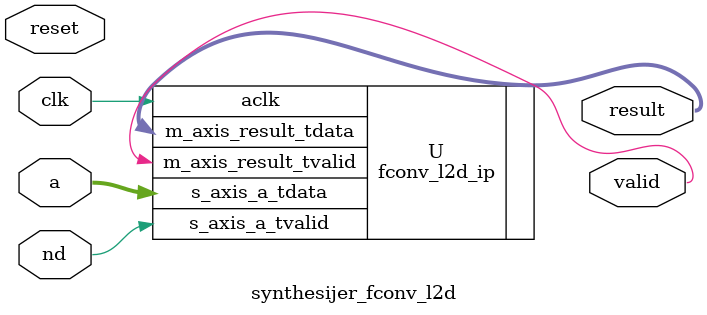
<source format=v>
`default_nettype none

module synthesijer_fconv_l2d
  (
   input wire 	       clk,
   input wire 	       reset,
   input wire signed [63:0] a,
   input wire 	       nd,
   output wire [63:0]  result,
   output wire 	       valid
   );

   fconv_l2d_ip U(.aclk(clk),
		  .s_axis_a_tdata(a),
		  .s_axis_a_tvalid(nd),
		  .m_axis_result_tvalid(valid),
		  .m_axis_result_tdata(result)
		  );

endmodule // synthesijer_fconv_l2d

`default_nettype wire

</source>
